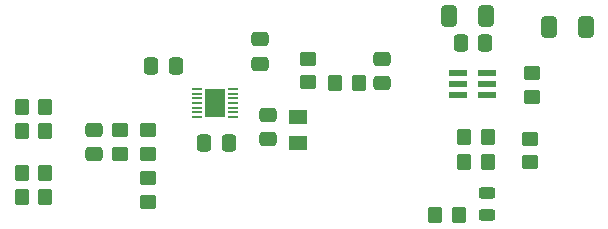
<source format=gbr>
%TF.GenerationSoftware,KiCad,Pcbnew,8.0.3-8.0.3-0~ubuntu24.04.1*%
%TF.CreationDate,2024-07-26T22:38:26-04:00*%
%TF.ProjectId,Microphone_ADC,4d696372-6f70-4686-9f6e-655f4144432e,rev?*%
%TF.SameCoordinates,Original*%
%TF.FileFunction,Paste,Top*%
%TF.FilePolarity,Positive*%
%FSLAX46Y46*%
G04 Gerber Fmt 4.6, Leading zero omitted, Abs format (unit mm)*
G04 Created by KiCad (PCBNEW 8.0.3-8.0.3-0~ubuntu24.04.1) date 2024-07-26 22:38:26*
%MOMM*%
%LPD*%
G01*
G04 APERTURE LIST*
G04 Aperture macros list*
%AMRoundRect*
0 Rectangle with rounded corners*
0 $1 Rounding radius*
0 $2 $3 $4 $5 $6 $7 $8 $9 X,Y pos of 4 corners*
0 Add a 4 corners polygon primitive as box body*
4,1,4,$2,$3,$4,$5,$6,$7,$8,$9,$2,$3,0*
0 Add four circle primitives for the rounded corners*
1,1,$1+$1,$2,$3*
1,1,$1+$1,$4,$5*
1,1,$1+$1,$6,$7*
1,1,$1+$1,$8,$9*
0 Add four rect primitives between the rounded corners*
20,1,$1+$1,$2,$3,$4,$5,0*
20,1,$1+$1,$4,$5,$6,$7,0*
20,1,$1+$1,$6,$7,$8,$9,0*
20,1,$1+$1,$8,$9,$2,$3,0*%
G04 Aperture macros list end*
%ADD10RoundRect,0.250000X-0.475000X0.337500X-0.475000X-0.337500X0.475000X-0.337500X0.475000X0.337500X0*%
%ADD11RoundRect,0.250000X0.350000X0.450000X-0.350000X0.450000X-0.350000X-0.450000X0.350000X-0.450000X0*%
%ADD12RoundRect,0.250000X0.412500X0.650000X-0.412500X0.650000X-0.412500X-0.650000X0.412500X-0.650000X0*%
%ADD13RoundRect,0.250000X-0.450000X0.350000X-0.450000X-0.350000X0.450000X-0.350000X0.450000X0.350000X0*%
%ADD14RoundRect,0.243750X0.456250X-0.243750X0.456250X0.243750X-0.456250X0.243750X-0.456250X-0.243750X0*%
%ADD15R,1.524000X0.584200*%
%ADD16R,0.812800X0.203200*%
%ADD17R,1.701800X2.387600*%
%ADD18RoundRect,0.250000X-0.337500X-0.475000X0.337500X-0.475000X0.337500X0.475000X-0.337500X0.475000X0*%
%ADD19R,1.500800X1.158800*%
%ADD20RoundRect,0.250000X0.475000X-0.337500X0.475000X0.337500X-0.475000X0.337500X-0.475000X-0.337500X0*%
%ADD21RoundRect,0.250000X0.450000X-0.350000X0.450000X0.350000X-0.450000X0.350000X-0.450000X-0.350000X0*%
%ADD22RoundRect,0.250000X0.337500X0.475000X-0.337500X0.475000X-0.337500X-0.475000X0.337500X-0.475000X0*%
%ADD23RoundRect,0.250000X-0.350000X-0.450000X0.350000X-0.450000X0.350000X0.450000X-0.350000X0.450000X0*%
G04 APERTURE END LIST*
D10*
%TO.C,C9*%
X149200000Y-89512500D03*
X149200000Y-91587500D03*
%TD*%
D11*
%TO.C,R5*%
X147200000Y-91550000D03*
X145200000Y-91550000D03*
%TD*%
D12*
%TO.C,C4*%
X166474100Y-86855450D03*
X163349100Y-86855450D03*
%TD*%
D13*
%TO.C,R4*%
X161750000Y-96280000D03*
X161750000Y-98280000D03*
%TD*%
%TO.C,R1*%
X127037500Y-95550000D03*
X127037500Y-97550000D03*
%TD*%
D14*
%TO.C,D1*%
X158100000Y-102730000D03*
X158100000Y-100855000D03*
%TD*%
D10*
%TO.C,C7*%
X139500000Y-94250000D03*
X139500000Y-96325000D03*
%TD*%
D15*
%TO.C,U1*%
X155611600Y-90680000D03*
X155611600Y-91630001D03*
X155611600Y-92580002D03*
X158050000Y-92580002D03*
X158050000Y-91630001D03*
X158050000Y-90680000D03*
%TD*%
D16*
%TO.C,U2*%
X136586300Y-94450000D03*
X136586300Y-94050001D03*
X136586300Y-93649999D03*
X136586300Y-93250000D03*
X136586300Y-92850001D03*
X136586300Y-92449999D03*
X136586300Y-92050000D03*
X133487500Y-92050000D03*
X133487500Y-92449999D03*
X133487500Y-92850001D03*
X133487500Y-93250000D03*
X133487500Y-93649999D03*
X133487500Y-94050001D03*
X133487500Y-94450000D03*
D17*
X135036900Y-93250000D03*
%TD*%
D18*
%TO.C,C5*%
X155862500Y-88180000D03*
X157937500Y-88180000D03*
%TD*%
D13*
%TO.C,R2*%
X129387500Y-99600000D03*
X129387500Y-101600000D03*
%TD*%
D11*
%TO.C,R13*%
X158150000Y-98280000D03*
X156150000Y-98280000D03*
%TD*%
D19*
%TO.C,L1*%
X142050000Y-94458100D03*
X142050000Y-96616900D03*
%TD*%
D20*
%TO.C,C6*%
X138850000Y-89937500D03*
X138850000Y-87862500D03*
%TD*%
D21*
%TO.C,R14*%
X129387500Y-97550000D03*
X129387500Y-95550000D03*
%TD*%
D11*
%TO.C,R15*%
X120687500Y-101200000D03*
X118687500Y-101200000D03*
%TD*%
D22*
%TO.C,C3*%
X136225000Y-96600000D03*
X134150000Y-96600000D03*
%TD*%
D12*
%TO.C,C8*%
X158012500Y-85880000D03*
X154887500Y-85880000D03*
%TD*%
D22*
%TO.C,C1*%
X131737500Y-90150000D03*
X129662500Y-90150000D03*
%TD*%
D23*
%TO.C,R11*%
X153674100Y-102755450D03*
X155674100Y-102755450D03*
%TD*%
D21*
%TO.C,R20*%
X142937500Y-91500000D03*
X142937500Y-89500000D03*
%TD*%
D11*
%TO.C,R17*%
X120687500Y-93550000D03*
X118687500Y-93550000D03*
%TD*%
D23*
%TO.C,R16*%
X118687500Y-99150000D03*
X120687500Y-99150000D03*
%TD*%
D10*
%TO.C,C2*%
X124787500Y-95512500D03*
X124787500Y-97587500D03*
%TD*%
D23*
%TO.C,R12*%
X156150000Y-96130000D03*
X158150000Y-96130000D03*
%TD*%
D21*
%TO.C,R3*%
X161850000Y-92730000D03*
X161850000Y-90730000D03*
%TD*%
D23*
%TO.C,R18*%
X118668700Y-95591400D03*
X120668700Y-95591400D03*
%TD*%
M02*

</source>
